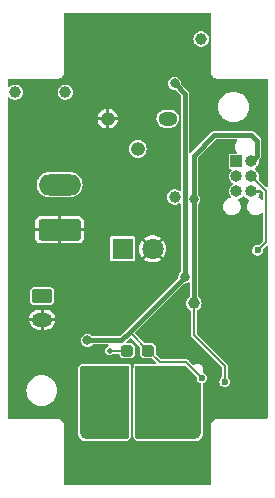
<source format=gbr>
%TF.GenerationSoftware,KiCad,Pcbnew,7.0.8*%
%TF.CreationDate,2023-12-17T14:45:35+01:00*%
%TF.ProjectId,night_light,6e696768-745f-46c6-9967-68742e6b6963,rev?*%
%TF.SameCoordinates,Original*%
%TF.FileFunction,Copper,L2,Bot*%
%TF.FilePolarity,Positive*%
%FSLAX46Y46*%
G04 Gerber Fmt 4.6, Leading zero omitted, Abs format (unit mm)*
G04 Created by KiCad (PCBNEW 7.0.8) date 2023-12-17 14:45:35*
%MOMM*%
%LPD*%
G01*
G04 APERTURE LIST*
G04 Aperture macros list*
%AMRoundRect*
0 Rectangle with rounded corners*
0 $1 Rounding radius*
0 $2 $3 $4 $5 $6 $7 $8 $9 X,Y pos of 4 corners*
0 Add a 4 corners polygon primitive as box body*
4,1,4,$2,$3,$4,$5,$6,$7,$8,$9,$2,$3,0*
0 Add four circle primitives for the rounded corners*
1,1,$1+$1,$2,$3*
1,1,$1+$1,$4,$5*
1,1,$1+$1,$6,$7*
1,1,$1+$1,$8,$9*
0 Add four rect primitives between the rounded corners*
20,1,$1+$1,$2,$3,$4,$5,0*
20,1,$1+$1,$4,$5,$6,$7,0*
20,1,$1+$1,$6,$7,$8,$9,0*
20,1,$1+$1,$8,$9,$2,$3,0*%
G04 Aperture macros list end*
%TA.AperFunction,ComponentPad*%
%ADD10RoundRect,0.250000X1.550000X-0.650000X1.550000X0.650000X-1.550000X0.650000X-1.550000X-0.650000X0*%
%TD*%
%TA.AperFunction,ComponentPad*%
%ADD11O,3.600000X1.800000*%
%TD*%
%TA.AperFunction,ComponentPad*%
%ADD12RoundRect,0.250000X-0.625000X0.350000X-0.625000X-0.350000X0.625000X-0.350000X0.625000X0.350000X0*%
%TD*%
%TA.AperFunction,ComponentPad*%
%ADD13O,1.750000X1.200000*%
%TD*%
%TA.AperFunction,ComponentPad*%
%ADD14R,1.000000X1.000000*%
%TD*%
%TA.AperFunction,ComponentPad*%
%ADD15O,1.000000X1.000000*%
%TD*%
%TA.AperFunction,ComponentPad*%
%ADD16C,1.000000*%
%TD*%
%TA.AperFunction,SMDPad,CuDef*%
%ADD17R,2.500000X2.200000*%
%TD*%
%TA.AperFunction,SMDPad,CuDef*%
%ADD18R,1.550000X2.200000*%
%TD*%
%TA.AperFunction,ComponentPad*%
%ADD19R,1.800000X1.800000*%
%TD*%
%TA.AperFunction,ComponentPad*%
%ADD20C,1.800000*%
%TD*%
%TA.AperFunction,ComponentPad*%
%ADD21O,1.600000X1.200000*%
%TD*%
%TA.AperFunction,ComponentPad*%
%ADD22O,1.200000X1.200000*%
%TD*%
%TA.AperFunction,SMDPad,CuDef*%
%ADD23RoundRect,0.237500X-0.287500X-0.237500X0.287500X-0.237500X0.287500X0.237500X-0.287500X0.237500X0*%
%TD*%
%TA.AperFunction,ViaPad*%
%ADD24C,0.600000*%
%TD*%
%TA.AperFunction,ViaPad*%
%ADD25C,0.800000*%
%TD*%
%TA.AperFunction,ViaPad*%
%ADD26C,0.500000*%
%TD*%
%TA.AperFunction,Conductor*%
%ADD27C,0.200000*%
%TD*%
%TA.AperFunction,Conductor*%
%ADD28C,0.400000*%
%TD*%
G04 APERTURE END LIST*
D10*
%TO.P,J2,1,Pin_1*%
%TO.N,GND*%
X114392500Y-118387500D03*
D11*
%TO.P,J2,2,Pin_2*%
%TO.N,/Input/Vin*%
X114392500Y-114577500D03*
%TD*%
D12*
%TO.P,J3,1,+*%
%TO.N,+BATT*%
X112925000Y-124000000D03*
D13*
%TO.P,J3,2,-*%
%TO.N,GND*%
X112925000Y-126000000D03*
%TD*%
D14*
%TO.P,J4,1,MISO*%
%TO.N,/MCU/PB1*%
X129365000Y-112605000D03*
D15*
%TO.P,J4,2,VCC*%
%TO.N,VCC*%
X130635000Y-112605000D03*
%TO.P,J4,3,SCK*%
%TO.N,/MCU/PB2*%
X129365000Y-113875000D03*
%TO.P,J4,4,MOSI*%
%TO.N,/EN*%
X130635000Y-113875000D03*
%TO.P,J4,5,~{RST}*%
%TO.N,/MCU/PB5*%
X129365000Y-115145000D03*
%TO.P,J4,6,GND*%
%TO.N,GND*%
X130635000Y-115145000D03*
%TD*%
D16*
%TO.P,TP4,1,1*%
%TO.N,/LED/LED+*%
X116625000Y-135625000D03*
%TD*%
%TO.P,TP5,1,1*%
%TO.N,/LED/LED-*%
X125875000Y-135625000D03*
%TD*%
%TO.P,TP7,1,1*%
%TO.N,/sensors/PTout*%
X124125000Y-115625000D03*
%TD*%
D17*
%TO.P,D2,1,K*%
%TO.N,/LED/LED-*%
X122050000Y-131000000D03*
D18*
%TO.P,D2,2,A*%
%TO.N,/LED/LED+*%
X119475000Y-131000000D03*
%TD*%
D16*
%TO.P,TP1,1,1*%
%TO.N,/Input/Vin*%
X110625000Y-106750000D03*
%TD*%
D19*
%TO.P,D6,1,K*%
%TO.N,/sensors/PT-*%
X119725000Y-120000000D03*
D20*
%TO.P,D6,2,A*%
%TO.N,GND*%
X122265000Y-120000000D03*
%TD*%
D21*
%TO.P,J1,1,Pin_1*%
%TO.N,VCC*%
X123540000Y-109000000D03*
D22*
%TO.P,J1,2,Pin_2*%
%TO.N,/PIR*%
X121000000Y-111540000D03*
%TO.P,J1,3,Pin_3*%
%TO.N,GND*%
X118460000Y-109000000D03*
%TD*%
D23*
%TO.P,D4,1,K*%
%TO.N,Net-(D4-K)*%
X120125000Y-128625000D03*
%TO.P,D4,2,A*%
%TO.N,+5V*%
X121875000Y-128625000D03*
%TD*%
D16*
%TO.P,TP3,1,1*%
%TO.N,+5V*%
X126375000Y-102250000D03*
%TD*%
%TO.P,TP2,1,1*%
%TO.N,+24V*%
X114875000Y-106750000D03*
%TD*%
%TO.P,TP6,1,1*%
%TO.N,VCC*%
X125750000Y-124625000D03*
%TD*%
D24*
%TO.N,GND*%
X131304199Y-113239737D03*
X118500000Y-107750000D03*
X117000000Y-106000000D03*
X117250000Y-108000000D03*
X124875000Y-126250000D03*
X124625000Y-125500000D03*
X126250000Y-108125000D03*
X131250000Y-122125000D03*
X127250000Y-114000000D03*
X126250000Y-106500000D03*
X126500000Y-117500000D03*
X128000000Y-120125000D03*
X127625000Y-112250000D03*
X128000000Y-133500000D03*
X119375000Y-117375000D03*
X125250000Y-139500000D03*
X111250000Y-108250000D03*
X123500000Y-107500000D03*
X127500000Y-126375000D03*
X125875000Y-137875000D03*
X113000000Y-111875000D03*
X115250000Y-139500000D03*
X124625000Y-137750000D03*
X131500000Y-126750000D03*
X120375000Y-114125000D03*
X119250000Y-107500000D03*
X116000000Y-126875000D03*
X120750000Y-100625000D03*
X115625000Y-132125000D03*
X126250000Y-109625000D03*
X126875000Y-134375000D03*
X112125000Y-111875000D03*
X126375000Y-100500000D03*
X131500000Y-125875000D03*
X124125000Y-119375000D03*
X111250000Y-111875000D03*
X126375000Y-101250000D03*
X124125000Y-117375000D03*
X124125000Y-120375000D03*
X128000000Y-132625000D03*
X114625000Y-134000000D03*
X120750000Y-102875000D03*
X131500000Y-127625000D03*
X126000000Y-139500000D03*
X124250000Y-110125000D03*
X115875000Y-139500000D03*
X126750000Y-103125000D03*
X116875000Y-126875000D03*
X124125000Y-112375000D03*
X131250000Y-121250000D03*
X116875000Y-124625000D03*
X119000000Y-122125000D03*
X122375000Y-117375000D03*
X126750000Y-104875000D03*
X115250000Y-102500000D03*
X120750000Y-101375000D03*
X125308546Y-129000000D03*
X112625000Y-120500000D03*
X117000000Y-114625000D03*
X126750000Y-104000000D03*
X115250000Y-101750000D03*
X120125000Y-113125000D03*
X111250000Y-111000000D03*
X126500000Y-119125000D03*
X116500000Y-139500000D03*
X126500000Y-114000000D03*
X127625000Y-120875000D03*
X122375000Y-137750000D03*
X117000000Y-118375000D03*
X110375000Y-111000000D03*
X128000000Y-111250000D03*
X116125000Y-120500000D03*
X129000000Y-126375000D03*
X120750000Y-102125000D03*
X111125000Y-127750000D03*
X110250000Y-108250000D03*
X126625000Y-137875000D03*
X122875000Y-101500000D03*
X123875000Y-137750000D03*
X116000000Y-101875000D03*
X124250000Y-114375000D03*
X121375000Y-114125000D03*
X123125000Y-137750000D03*
X125375000Y-128000000D03*
X110375000Y-111875000D03*
X118125000Y-110750000D03*
X126750000Y-139500000D03*
X124375000Y-128000000D03*
X126750000Y-112500000D03*
X128000000Y-114000000D03*
X120000000Y-122125000D03*
X112125000Y-111000000D03*
X118875000Y-112000000D03*
X124375000Y-129000000D03*
X123000000Y-111000000D03*
X115625000Y-133000000D03*
X113000000Y-111000000D03*
X129250000Y-132625000D03*
X118000000Y-120000000D03*
X124375000Y-101500000D03*
X111125000Y-129500000D03*
X117750000Y-126875000D03*
X131500000Y-125000000D03*
X111500000Y-118250000D03*
D25*
%TO.N,+5V*%
X116750000Y-127750000D03*
X125000000Y-122375000D03*
D24*
X126440208Y-130940208D03*
D25*
X124125000Y-106000000D03*
D24*
%TO.N,VCC*%
X128375000Y-131250000D03*
D25*
X125750000Y-115812500D03*
D26*
%TO.N,Net-(D4-K)*%
X118625000Y-128625000D03*
D24*
%TO.N,/LED/LED+*%
X119500000Y-132625000D03*
%TO.N,/EN*%
X131155000Y-120125000D03*
%TD*%
D27*
%TO.N,+5V*%
X126440208Y-130940208D02*
X125125000Y-129625000D01*
X125125000Y-129625000D02*
X122875000Y-129625000D01*
X122875000Y-129625000D02*
X121875000Y-128625000D01*
D28*
X125000000Y-106875000D02*
X124125000Y-106000000D01*
D27*
X121875000Y-128625000D02*
X120312500Y-127062500D01*
D28*
X120312500Y-127062500D02*
X125000000Y-122375000D01*
X119625000Y-127750000D02*
X120312500Y-127062500D01*
X116750000Y-127750000D02*
X119625000Y-127750000D01*
X125000000Y-122375000D02*
X125000000Y-106875000D01*
%TO.N,VCC*%
X131125000Y-112115000D02*
X131125000Y-110875000D01*
D27*
X128375000Y-131250000D02*
X128375000Y-129937500D01*
D28*
X127500000Y-110375000D02*
X125750000Y-112125000D01*
X125750000Y-112125000D02*
X125750000Y-115812500D01*
D27*
X128375000Y-129937500D02*
X125750000Y-127312500D01*
D28*
X125750000Y-124625000D02*
X125750000Y-115812500D01*
X130635000Y-112605000D02*
X131125000Y-112115000D01*
X131125000Y-110875000D02*
X130625000Y-110375000D01*
D27*
X125750000Y-127312500D02*
X125750000Y-124625000D01*
D28*
X130625000Y-110375000D02*
X127500000Y-110375000D01*
D27*
%TO.N,Net-(D4-K)*%
X120125000Y-128625000D02*
X118625000Y-128625000D01*
%TO.N,/EN*%
X131875000Y-115115000D02*
X131875000Y-119405000D01*
X131875000Y-119405000D02*
X131155000Y-120125000D01*
X130635000Y-113875000D02*
X131875000Y-115115000D01*
%TD*%
%TA.AperFunction,Conductor*%
%TO.N,GND*%
G36*
X127173066Y-100017813D02*
G01*
X127198376Y-100061650D01*
X127199500Y-100074500D01*
X127199500Y-104999500D01*
X127199500Y-105000000D01*
X127199500Y-105067660D01*
X127214505Y-105133401D01*
X127229610Y-105199586D01*
X127229613Y-105199593D01*
X127288324Y-105321506D01*
X127288325Y-105321507D01*
X127372695Y-105427305D01*
X127478493Y-105511675D01*
X127600412Y-105570389D01*
X127732340Y-105600500D01*
X127799901Y-105600500D01*
X131925500Y-105600500D01*
X131973066Y-105617813D01*
X131998376Y-105661650D01*
X131999500Y-105674500D01*
X131999500Y-114706587D01*
X131982187Y-114754153D01*
X131938350Y-114779463D01*
X131888500Y-114770673D01*
X131873174Y-114758913D01*
X131270653Y-114156393D01*
X131249261Y-114110517D01*
X131253788Y-114077826D01*
X131271237Y-114031817D01*
X131271238Y-114031813D01*
X131290278Y-113875003D01*
X131290278Y-113874996D01*
X131271238Y-113718191D01*
X131271237Y-113718182D01*
X131263213Y-113697025D01*
X131215221Y-113570478D01*
X131125483Y-113440470D01*
X131062745Y-113384890D01*
X131007240Y-113335717D01*
X130949709Y-113305522D01*
X130915639Y-113268089D01*
X130913601Y-113217511D01*
X130944551Y-113177456D01*
X130949693Y-113174486D01*
X131007240Y-113144283D01*
X131125483Y-113039530D01*
X131215220Y-112909523D01*
X131271237Y-112761818D01*
X131290278Y-112605000D01*
X131277340Y-112498451D01*
X131288792Y-112449146D01*
X131298469Y-112437211D01*
X131341715Y-112393965D01*
X131353561Y-112384346D01*
X131365669Y-112376437D01*
X131386817Y-112349263D01*
X131389843Y-112345838D01*
X131393376Y-112342306D01*
X131406047Y-112324558D01*
X131437517Y-112284126D01*
X131437519Y-112284118D01*
X131440435Y-112278732D01*
X131440754Y-112278904D01*
X131441870Y-112276738D01*
X131441545Y-112276579D01*
X131444240Y-112271066D01*
X131458861Y-112221954D01*
X131475500Y-112173487D01*
X131476510Y-112167438D01*
X131476862Y-112167496D01*
X131477214Y-112165085D01*
X131476858Y-112165041D01*
X131477615Y-112158959D01*
X131477617Y-112158954D01*
X131475500Y-112107758D01*
X131475500Y-110919025D01*
X131477075Y-110903839D01*
X131480043Y-110889685D01*
X131475784Y-110855518D01*
X131475500Y-110850938D01*
X131475500Y-110845966D01*
X131475500Y-110845960D01*
X131471912Y-110824459D01*
X131465573Y-110773607D01*
X131465568Y-110773598D01*
X131463823Y-110767733D01*
X131464168Y-110767630D01*
X131463422Y-110765300D01*
X131463082Y-110765417D01*
X131461092Y-110759619D01*
X131436704Y-110714555D01*
X131414198Y-110668516D01*
X131414193Y-110668511D01*
X131410632Y-110663522D01*
X131410923Y-110663313D01*
X131409465Y-110661358D01*
X131409183Y-110661579D01*
X131405418Y-110656742D01*
X131367724Y-110622042D01*
X130903970Y-110158288D01*
X130894345Y-110146436D01*
X130886437Y-110134331D01*
X130859269Y-110113186D01*
X130855838Y-110110156D01*
X130852307Y-110106625D01*
X130834561Y-110093955D01*
X130794126Y-110062483D01*
X130788736Y-110059566D01*
X130788905Y-110059252D01*
X130786730Y-110058132D01*
X130786574Y-110058453D01*
X130781062Y-110055758D01*
X130731954Y-110041138D01*
X130683489Y-110024499D01*
X130677443Y-110023491D01*
X130677501Y-110023138D01*
X130675083Y-110022786D01*
X130675039Y-110023142D01*
X130668955Y-110022383D01*
X130668954Y-110022383D01*
X130668952Y-110022383D01*
X130617769Y-110024500D01*
X127544025Y-110024500D01*
X127528840Y-110022925D01*
X127514685Y-110019957D01*
X127480518Y-110024216D01*
X127475939Y-110024500D01*
X127470960Y-110024500D01*
X127470957Y-110024500D01*
X127470950Y-110024501D01*
X127449459Y-110028087D01*
X127398607Y-110034426D01*
X127392730Y-110036176D01*
X127392629Y-110035836D01*
X127390307Y-110036580D01*
X127390422Y-110036915D01*
X127384621Y-110038906D01*
X127339550Y-110063297D01*
X127293516Y-110085802D01*
X127288526Y-110089365D01*
X127288320Y-110089077D01*
X127286365Y-110090535D01*
X127286582Y-110090814D01*
X127281742Y-110094581D01*
X127247031Y-110132287D01*
X125533286Y-111846030D01*
X125521438Y-111855652D01*
X125509333Y-111863561D01*
X125509325Y-111863568D01*
X125488185Y-111890728D01*
X125485154Y-111894161D01*
X125481624Y-111897691D01*
X125480965Y-111898471D01*
X125480688Y-111898629D01*
X125479470Y-111899848D01*
X125479136Y-111899515D01*
X125437010Y-111923576D01*
X125387202Y-111914554D01*
X125354846Y-111875626D01*
X125350500Y-111850641D01*
X125350500Y-108000005D01*
X127819532Y-108000005D01*
X127839364Y-108226688D01*
X127839365Y-108226696D01*
X127898258Y-108446488D01*
X127898260Y-108446492D01*
X127898261Y-108446496D01*
X127994432Y-108652734D01*
X127994434Y-108652736D01*
X127994435Y-108652739D01*
X128041518Y-108719981D01*
X128124953Y-108839139D01*
X128285861Y-109000047D01*
X128472266Y-109130568D01*
X128678504Y-109226739D01*
X128678510Y-109226740D01*
X128678511Y-109226741D01*
X128898303Y-109285634D01*
X128898305Y-109285634D01*
X128898308Y-109285635D01*
X129068216Y-109300500D01*
X129068218Y-109300500D01*
X129181782Y-109300500D01*
X129181784Y-109300500D01*
X129351692Y-109285635D01*
X129571496Y-109226739D01*
X129777734Y-109130568D01*
X129964139Y-109000047D01*
X130125047Y-108839139D01*
X130255568Y-108652734D01*
X130351739Y-108446496D01*
X130410635Y-108226692D01*
X130430468Y-108000000D01*
X130430468Y-107999994D01*
X130410635Y-107773311D01*
X130410634Y-107773303D01*
X130351741Y-107553511D01*
X130351740Y-107553510D01*
X130351739Y-107553504D01*
X130255568Y-107347266D01*
X130125047Y-107160861D01*
X129964139Y-106999953D01*
X129831133Y-106906822D01*
X129777739Y-106869435D01*
X129777736Y-106869434D01*
X129777734Y-106869432D01*
X129571496Y-106773261D01*
X129571492Y-106773260D01*
X129571488Y-106773258D01*
X129351696Y-106714365D01*
X129351689Y-106714364D01*
X129214362Y-106702350D01*
X129181784Y-106699500D01*
X129068216Y-106699500D01*
X129038488Y-106702100D01*
X128898310Y-106714364D01*
X128898303Y-106714365D01*
X128678511Y-106773258D01*
X128678504Y-106773260D01*
X128678504Y-106773261D01*
X128502105Y-106855518D01*
X128472260Y-106869435D01*
X128285860Y-106999953D01*
X128124953Y-107160860D01*
X127994435Y-107347260D01*
X127994432Y-107347265D01*
X127994432Y-107347266D01*
X127898263Y-107553500D01*
X127898258Y-107553511D01*
X127839365Y-107773303D01*
X127839364Y-107773311D01*
X127819532Y-107999994D01*
X127819532Y-108000005D01*
X125350500Y-108000005D01*
X125350500Y-106919025D01*
X125352075Y-106903839D01*
X125355043Y-106889685D01*
X125350784Y-106855518D01*
X125350500Y-106850938D01*
X125350500Y-106845966D01*
X125350500Y-106845960D01*
X125346912Y-106824459D01*
X125340573Y-106773607D01*
X125340568Y-106773598D01*
X125338823Y-106767733D01*
X125339168Y-106767630D01*
X125338422Y-106765300D01*
X125338082Y-106765417D01*
X125336092Y-106759619D01*
X125311704Y-106714555D01*
X125304344Y-106699500D01*
X125289198Y-106668516D01*
X125289193Y-106668511D01*
X125285632Y-106663522D01*
X125285923Y-106663313D01*
X125284465Y-106661358D01*
X125284183Y-106661579D01*
X125280418Y-106656742D01*
X125242724Y-106622042D01*
X124699124Y-106078442D01*
X124677732Y-106032565D01*
X124678083Y-106016456D01*
X124680250Y-106000000D01*
X124661330Y-105856291D01*
X124605861Y-105722375D01*
X124517621Y-105607379D01*
X124402625Y-105519139D01*
X124402623Y-105519138D01*
X124268708Y-105463669D01*
X124125000Y-105444750D01*
X123981291Y-105463669D01*
X123847376Y-105519138D01*
X123732379Y-105607379D01*
X123644138Y-105722376D01*
X123588669Y-105856291D01*
X123569750Y-106000000D01*
X123588669Y-106143708D01*
X123616425Y-106210717D01*
X123644139Y-106277625D01*
X123732379Y-106392621D01*
X123847375Y-106480861D01*
X123981291Y-106536330D01*
X124125000Y-106555250D01*
X124141454Y-106553083D01*
X124190872Y-106564035D01*
X124203442Y-106574123D01*
X124627826Y-106998507D01*
X124649218Y-107044383D01*
X124649500Y-107050833D01*
X124649500Y-115056186D01*
X124632187Y-115103752D01*
X124588350Y-115129062D01*
X124538500Y-115120272D01*
X124526430Y-115111577D01*
X124497240Y-115085717D01*
X124497238Y-115085716D01*
X124497237Y-115085715D01*
X124357366Y-115012304D01*
X124203987Y-114974500D01*
X124203985Y-114974500D01*
X124046015Y-114974500D01*
X124046012Y-114974500D01*
X123892633Y-115012304D01*
X123752761Y-115085716D01*
X123634516Y-115190470D01*
X123544779Y-115320478D01*
X123544778Y-115320478D01*
X123488764Y-115468177D01*
X123488761Y-115468191D01*
X123469722Y-115624996D01*
X123469722Y-115625003D01*
X123488761Y-115781808D01*
X123488764Y-115781822D01*
X123544778Y-115929521D01*
X123620731Y-116039558D01*
X123634517Y-116059530D01*
X123752760Y-116164283D01*
X123892635Y-116237696D01*
X124046015Y-116275500D01*
X124046019Y-116275500D01*
X124203981Y-116275500D01*
X124203985Y-116275500D01*
X124357365Y-116237696D01*
X124497240Y-116164283D01*
X124526431Y-116138422D01*
X124573513Y-116119840D01*
X124621527Y-116135869D01*
X124648004Y-116179011D01*
X124649500Y-116193813D01*
X124649500Y-121913565D01*
X124632187Y-121961131D01*
X124620550Y-121972272D01*
X124607381Y-121982376D01*
X124519138Y-122097376D01*
X124463669Y-122231291D01*
X124444750Y-122375000D01*
X124444750Y-122375002D01*
X124446916Y-122391458D01*
X124435959Y-122440877D01*
X124425875Y-122453441D01*
X120106016Y-126773302D01*
X119501492Y-127377826D01*
X119455616Y-127399218D01*
X119449166Y-127399500D01*
X117211435Y-127399500D01*
X117163869Y-127382187D01*
X117152728Y-127370550D01*
X117148372Y-127364874D01*
X117142621Y-127357379D01*
X117027625Y-127269139D01*
X117027623Y-127269138D01*
X116893708Y-127213669D01*
X116750000Y-127194750D01*
X116606291Y-127213669D01*
X116472376Y-127269138D01*
X116357379Y-127357379D01*
X116269138Y-127472376D01*
X116213669Y-127606291D01*
X116194750Y-127750000D01*
X116213669Y-127893708D01*
X116257489Y-127999500D01*
X116269139Y-128027625D01*
X116357379Y-128142621D01*
X116472375Y-128230861D01*
X116606291Y-128286330D01*
X116750000Y-128305250D01*
X116893709Y-128286330D01*
X117027625Y-128230861D01*
X117142621Y-128142621D01*
X117152728Y-128129450D01*
X117195420Y-128102254D01*
X117211435Y-128100500D01*
X118463981Y-128100500D01*
X118511547Y-128117813D01*
X118536857Y-128161650D01*
X118528067Y-128211500D01*
X118497576Y-128240434D01*
X118386659Y-128296948D01*
X118296951Y-128386656D01*
X118239353Y-128499698D01*
X118219508Y-128625000D01*
X118239353Y-128750301D01*
X118239353Y-128750302D01*
X118239354Y-128750304D01*
X118296950Y-128863342D01*
X118386658Y-128953050D01*
X118499696Y-129010646D01*
X118625000Y-129030492D01*
X118750304Y-129010646D01*
X118863342Y-128953050D01*
X118919218Y-128897174D01*
X118965094Y-128875782D01*
X118971544Y-128875500D01*
X119383522Y-128875500D01*
X119431088Y-128892813D01*
X119456398Y-128936650D01*
X119456608Y-128937910D01*
X119457424Y-128943065D01*
X119463890Y-128983893D01*
X119463892Y-128983897D01*
X119519687Y-129093401D01*
X119519689Y-129093403D01*
X119606597Y-129180311D01*
X119716107Y-129236109D01*
X119806967Y-129250500D01*
X120443032Y-129250499D01*
X120533893Y-129236109D01*
X120643403Y-129180311D01*
X120730311Y-129093403D01*
X120786109Y-128983893D01*
X120800500Y-128893033D01*
X120800499Y-128356968D01*
X120786109Y-128266107D01*
X120786108Y-128266105D01*
X120786107Y-128266102D01*
X120730312Y-128156598D01*
X120643403Y-128069689D01*
X120533893Y-128013891D01*
X120533891Y-128013890D01*
X120533890Y-128013890D01*
X120443035Y-127999500D01*
X120443033Y-127999500D01*
X120049833Y-127999500D01*
X120002267Y-127982187D01*
X119976957Y-127938350D01*
X119985747Y-127888500D01*
X119997507Y-127873174D01*
X120330884Y-127539796D01*
X120376760Y-127518404D01*
X120425655Y-127531505D01*
X120435536Y-127539796D01*
X121180113Y-128284374D01*
X121201505Y-128330251D01*
X121200876Y-128348273D01*
X121199500Y-128356960D01*
X121199500Y-128893032D01*
X121213891Y-128983894D01*
X121213892Y-128983897D01*
X121269687Y-129093401D01*
X121269689Y-129093403D01*
X121356597Y-129180311D01*
X121466107Y-129236109D01*
X121556967Y-129250500D01*
X122115586Y-129250499D01*
X122163152Y-129267812D01*
X122167912Y-129272173D01*
X122513913Y-129618174D01*
X122535305Y-129664050D01*
X122522204Y-129712945D01*
X122480740Y-129741979D01*
X122461587Y-129744500D01*
X121053470Y-129744500D01*
X121045844Y-129744875D01*
X121045834Y-129744875D01*
X121045833Y-129744876D01*
X121045834Y-129744876D01*
X121041905Y-129745262D01*
X121023826Y-129747043D01*
X121023824Y-129747043D01*
X121023811Y-129747045D01*
X121016267Y-129748164D01*
X121016264Y-129748164D01*
X121016682Y-129748081D01*
X121002262Y-129749500D01*
X120785180Y-129749500D01*
X120763229Y-129753866D01*
X120741277Y-129758233D01*
X120691496Y-129791495D01*
X120691495Y-129791496D01*
X120658233Y-129841277D01*
X120649500Y-129885180D01*
X120649500Y-130102259D01*
X120648081Y-130116680D01*
X120648165Y-130116260D01*
X120647045Y-130123810D01*
X120647043Y-130123825D01*
X120647043Y-130123826D01*
X120645262Y-130141905D01*
X120644875Y-130145844D01*
X120644500Y-130153470D01*
X120644500Y-130153475D01*
X120644500Y-135871524D01*
X120644876Y-135879166D01*
X120644876Y-135879165D01*
X120647043Y-135901177D01*
X120647044Y-135901179D01*
X120647045Y-135901189D01*
X120647046Y-135901193D01*
X120648163Y-135908730D01*
X120663643Y-135986559D01*
X120663646Y-135986570D01*
X120672489Y-136015726D01*
X120672498Y-136015750D01*
X120683542Y-136042411D01*
X120683541Y-136042411D01*
X120697916Y-136069305D01*
X120735747Y-136125922D01*
X120735752Y-136125929D01*
X120755090Y-136149492D01*
X120775507Y-136169909D01*
X120799070Y-136189247D01*
X120855698Y-136227085D01*
X120882583Y-136241456D01*
X120909258Y-136252505D01*
X120909264Y-136252506D01*
X120909267Y-136252508D01*
X120931135Y-136259141D01*
X120938428Y-136261353D01*
X120938432Y-136261353D01*
X120938433Y-136261354D01*
X121016263Y-136276836D01*
X121016265Y-136276836D01*
X121023807Y-136277955D01*
X121023806Y-136277955D01*
X121045835Y-136280124D01*
X121045845Y-136280125D01*
X121053470Y-136280500D01*
X121053476Y-136280500D01*
X125767971Y-136280500D01*
X125767977Y-136280500D01*
X125775602Y-136280125D01*
X125775611Y-136280124D01*
X125775612Y-136280124D01*
X125797642Y-136277955D01*
X125797641Y-136277955D01*
X125805183Y-136276836D01*
X125804769Y-136276919D01*
X125819189Y-136275500D01*
X125953981Y-136275500D01*
X125953985Y-136275500D01*
X126107365Y-136237696D01*
X126247240Y-136164283D01*
X126365483Y-136059530D01*
X126455220Y-135929523D01*
X126463104Y-135908736D01*
X126511235Y-135781822D01*
X126511237Y-135781818D01*
X126530278Y-135625000D01*
X126525136Y-135582653D01*
X126526019Y-135559293D01*
X126526835Y-135555188D01*
X126526835Y-135555187D01*
X126527955Y-135547640D01*
X126527955Y-135547641D01*
X126530124Y-135525611D01*
X126530125Y-135525601D01*
X126530500Y-135517976D01*
X126530500Y-131445975D01*
X126530499Y-131445973D01*
X126530365Y-131444144D01*
X126530500Y-131443666D01*
X126530500Y-131443258D01*
X126530616Y-131443258D01*
X126544137Y-131395434D01*
X126583317Y-131367706D01*
X126629277Y-131354212D01*
X126738257Y-131284175D01*
X126823090Y-131186271D01*
X126876905Y-131068434D01*
X126895341Y-130940208D01*
X126876905Y-130811982D01*
X126823090Y-130694145D01*
X126738257Y-130596241D01*
X126629277Y-130526204D01*
X126629276Y-130526203D01*
X126629275Y-130526203D01*
X126564169Y-130507087D01*
X126523406Y-130477075D01*
X126511472Y-130427883D01*
X126515478Y-130410779D01*
X126521122Y-130395273D01*
X126530500Y-130342088D01*
X126530500Y-130153470D01*
X126530125Y-130145845D01*
X126527957Y-130123826D01*
X126527955Y-130123806D01*
X126527955Y-130123807D01*
X126527954Y-130123806D01*
X126526836Y-130116265D01*
X126526836Y-130116263D01*
X126511354Y-130038433D01*
X126511352Y-130038427D01*
X126502507Y-130009266D01*
X126502505Y-130009259D01*
X126502505Y-130009258D01*
X126491456Y-129982583D01*
X126477085Y-129955698D01*
X126439247Y-129899070D01*
X126419909Y-129875507D01*
X126399492Y-129855090D01*
X126375929Y-129835752D01*
X126348571Y-129817472D01*
X126319304Y-129797916D01*
X126319305Y-129797916D01*
X126292411Y-129783541D01*
X126265735Y-129772492D01*
X126236571Y-129763646D01*
X126236560Y-129763643D01*
X126169197Y-129750245D01*
X126158740Y-129748165D01*
X126158736Y-129748164D01*
X126158729Y-129748163D01*
X126158731Y-129748163D01*
X126154358Y-129747515D01*
X126151190Y-129747045D01*
X126151180Y-129747044D01*
X126151178Y-129747043D01*
X126129166Y-129744876D01*
X126129167Y-129744876D01*
X126129165Y-129744875D01*
X126129156Y-129744875D01*
X126121530Y-129744500D01*
X125927823Y-129744500D01*
X125927820Y-129744500D01*
X125917664Y-129745166D01*
X125917663Y-129745166D01*
X125893467Y-129748350D01*
X125824569Y-129775143D01*
X125824562Y-129775146D01*
X125783109Y-129804173D01*
X125783108Y-129804174D01*
X125767259Y-129817472D01*
X125719693Y-129834783D01*
X125672127Y-129817469D01*
X125667369Y-129813109D01*
X125324732Y-129470472D01*
X125315531Y-129459260D01*
X125305601Y-129444399D01*
X125252536Y-129408942D01*
X125222741Y-129389034D01*
X125125000Y-129369592D01*
X125107475Y-129373078D01*
X125093038Y-129374500D01*
X123009413Y-129374500D01*
X122961847Y-129357187D01*
X122957087Y-129352826D01*
X122569886Y-128965625D01*
X122548494Y-128919749D01*
X122549123Y-128901721D01*
X122550500Y-128893033D01*
X122550499Y-128356968D01*
X122536109Y-128266107D01*
X122536108Y-128266105D01*
X122536107Y-128266102D01*
X122480312Y-128156598D01*
X122393403Y-128069689D01*
X122283893Y-128013891D01*
X122283891Y-128013890D01*
X122283890Y-128013890D01*
X122193035Y-127999500D01*
X122193033Y-127999500D01*
X121634413Y-127999500D01*
X121586847Y-127982187D01*
X121582087Y-127977826D01*
X120789797Y-127185536D01*
X120768405Y-127139660D01*
X120781506Y-127090765D01*
X120789797Y-127080884D01*
X122811152Y-125059529D01*
X124921558Y-122949122D01*
X124967433Y-122927731D01*
X124983541Y-122928082D01*
X124993954Y-122929453D01*
X124999998Y-122930250D01*
X124999999Y-122930250D01*
X124999999Y-122930249D01*
X125000000Y-122930250D01*
X125143709Y-122911330D01*
X125277625Y-122855861D01*
X125280452Y-122853691D01*
X125328727Y-122838470D01*
X125375493Y-122857841D01*
X125398867Y-122902740D01*
X125399500Y-122912400D01*
X125399500Y-124033152D01*
X125382187Y-124080718D01*
X125374571Y-124088542D01*
X125259516Y-124190470D01*
X125169779Y-124320478D01*
X125169778Y-124320478D01*
X125113764Y-124468177D01*
X125113761Y-124468191D01*
X125094722Y-124624996D01*
X125094722Y-124625003D01*
X125113761Y-124781808D01*
X125113764Y-124781822D01*
X125169778Y-124929521D01*
X125259516Y-125059529D01*
X125259517Y-125059530D01*
X125377760Y-125164283D01*
X125377761Y-125164283D01*
X125377763Y-125164285D01*
X125412872Y-125182711D01*
X125459889Y-125207388D01*
X125493961Y-125244821D01*
X125499500Y-125272911D01*
X125499500Y-127280537D01*
X125498078Y-127294973D01*
X125494592Y-127312498D01*
X125494592Y-127312500D01*
X125514034Y-127410242D01*
X125523135Y-127423862D01*
X125532237Y-127437483D01*
X125555551Y-127472375D01*
X125565636Y-127487470D01*
X125569399Y-127493101D01*
X125584260Y-127503031D01*
X125595472Y-127512232D01*
X128102826Y-130019586D01*
X128124218Y-130065462D01*
X128124500Y-130071912D01*
X128124500Y-130835067D01*
X128107187Y-130882633D01*
X128090511Y-130897318D01*
X128076953Y-130906031D01*
X128076950Y-130906034D01*
X127992119Y-131003935D01*
X127938302Y-131121776D01*
X127919867Y-131250000D01*
X127938302Y-131378223D01*
X127938302Y-131378224D01*
X127938303Y-131378226D01*
X127992118Y-131496063D01*
X128076951Y-131593967D01*
X128185931Y-131664004D01*
X128310228Y-131700500D01*
X128439772Y-131700500D01*
X128564069Y-131664004D01*
X128673049Y-131593967D01*
X128757882Y-131496063D01*
X128811697Y-131378226D01*
X128830133Y-131250000D01*
X128811697Y-131121774D01*
X128757882Y-131003937D01*
X128673049Y-130906033D01*
X128673046Y-130906031D01*
X128659489Y-130897318D01*
X128628836Y-130857035D01*
X128625500Y-130835067D01*
X128625500Y-129969466D01*
X128626922Y-129955028D01*
X128630409Y-129937500D01*
X128610966Y-129839760D01*
X128569578Y-129777817D01*
X128569577Y-129777816D01*
X128566019Y-129772491D01*
X128555603Y-129756901D01*
X128555601Y-129756900D01*
X128555601Y-129756899D01*
X128540738Y-129746968D01*
X128529530Y-129737769D01*
X126022174Y-127230413D01*
X126000782Y-127184537D01*
X126000500Y-127178087D01*
X126000500Y-125272911D01*
X126017813Y-125225345D01*
X126040108Y-125207388D01*
X126122240Y-125164283D01*
X126240483Y-125059530D01*
X126330220Y-124929523D01*
X126386237Y-124781818D01*
X126405278Y-124625000D01*
X126386237Y-124468182D01*
X126353370Y-124381518D01*
X126330221Y-124320478D01*
X126240483Y-124190470D01*
X126125429Y-124088542D01*
X126101306Y-124044041D01*
X126100500Y-124033152D01*
X126100500Y-116273934D01*
X126117813Y-116226368D01*
X126129453Y-116215225D01*
X126129917Y-116214868D01*
X126142621Y-116205121D01*
X126230861Y-116090125D01*
X126286330Y-115956209D01*
X126305250Y-115812500D01*
X126286330Y-115668791D01*
X126230861Y-115534875D01*
X126142621Y-115419879D01*
X126142619Y-115419877D01*
X126142618Y-115419876D01*
X126129450Y-115409772D01*
X126102254Y-115367080D01*
X126100500Y-115351065D01*
X126100500Y-112300833D01*
X126117813Y-112253267D01*
X126122174Y-112248507D01*
X127623507Y-110747174D01*
X127669383Y-110725782D01*
X127675833Y-110725500D01*
X129378150Y-110725500D01*
X129425716Y-110742813D01*
X129451026Y-110786650D01*
X129442236Y-110836500D01*
X129431975Y-110850282D01*
X129397706Y-110886603D01*
X129397704Y-110886607D01*
X129310533Y-111037592D01*
X129310531Y-111037596D01*
X129260532Y-111204605D01*
X129260531Y-111204613D01*
X129250393Y-111378661D01*
X129280668Y-111550354D01*
X129349720Y-111710437D01*
X129349721Y-111710438D01*
X129443430Y-111836311D01*
X129457948Y-111884802D01*
X129437899Y-111931282D01*
X129392664Y-111954000D01*
X129384073Y-111954500D01*
X128850180Y-111954500D01*
X128843273Y-111955874D01*
X128806277Y-111963233D01*
X128756496Y-111996495D01*
X128756495Y-111996496D01*
X128723233Y-112046277D01*
X128714500Y-112090180D01*
X128714500Y-113119819D01*
X128723233Y-113163722D01*
X128730418Y-113174476D01*
X128756496Y-113213504D01*
X128806278Y-113246767D01*
X128850180Y-113255500D01*
X128888184Y-113255500D01*
X128935750Y-113272813D01*
X128961060Y-113316650D01*
X128952270Y-113366500D01*
X128937255Y-113384890D01*
X128874516Y-113440470D01*
X128784779Y-113570478D01*
X128784778Y-113570478D01*
X128728764Y-113718177D01*
X128728761Y-113718191D01*
X128709722Y-113874996D01*
X128709722Y-113875003D01*
X128728761Y-114031808D01*
X128728764Y-114031822D01*
X128784778Y-114179521D01*
X128874516Y-114309529D01*
X128992761Y-114414284D01*
X129050288Y-114444477D01*
X129084360Y-114481912D01*
X129086398Y-114532490D01*
X129055448Y-114572545D01*
X129050288Y-114575523D01*
X128992761Y-114605715D01*
X128874516Y-114710470D01*
X128784779Y-114840478D01*
X128784778Y-114840478D01*
X128728764Y-114988177D01*
X128728761Y-114988191D01*
X128709722Y-115144996D01*
X128709722Y-115145003D01*
X128728761Y-115301808D01*
X128728764Y-115301822D01*
X128776937Y-115428843D01*
X128784780Y-115449523D01*
X128830780Y-115516166D01*
X128866831Y-115568395D01*
X128879603Y-115617376D01*
X128857903Y-115663108D01*
X128814529Y-115683931D01*
X128810840Y-115684362D01*
X128810831Y-115684364D01*
X128647009Y-115743990D01*
X128501347Y-115839793D01*
X128381703Y-115966608D01*
X128294533Y-116117592D01*
X128294531Y-116117596D01*
X128244532Y-116284605D01*
X128244531Y-116284613D01*
X128234393Y-116458661D01*
X128264668Y-116630354D01*
X128333720Y-116790437D01*
X128333721Y-116790438D01*
X128437832Y-116930283D01*
X128498573Y-116981251D01*
X128571383Y-117042347D01*
X128571384Y-117042347D01*
X128571386Y-117042349D01*
X128727185Y-117120594D01*
X128896829Y-117160800D01*
X129027436Y-117160800D01*
X129157164Y-117145637D01*
X129320993Y-117086008D01*
X129466654Y-116990205D01*
X129586296Y-116863393D01*
X129673467Y-116712407D01*
X129723469Y-116545388D01*
X129733607Y-116371340D01*
X129703332Y-116199646D01*
X129634279Y-116039562D01*
X129530168Y-115899717D01*
X129530165Y-115899714D01*
X129530163Y-115899712D01*
X129526226Y-115896409D01*
X129500916Y-115852573D01*
X129509704Y-115802722D01*
X129548480Y-115770184D01*
X129556079Y-115767871D01*
X129597365Y-115757696D01*
X129737240Y-115684283D01*
X129855483Y-115579530D01*
X129878988Y-115545476D01*
X129920255Y-115516166D01*
X129970710Y-115520238D01*
X130002545Y-115548143D01*
X130044915Y-115615574D01*
X130164425Y-115735084D01*
X130307527Y-115825002D01*
X130307532Y-115825004D01*
X130380342Y-115850482D01*
X130419521Y-115882533D01*
X130428931Y-115932269D01*
X130415262Y-115964513D01*
X130413707Y-115966601D01*
X130326533Y-116117592D01*
X130326531Y-116117596D01*
X130276532Y-116284605D01*
X130276531Y-116284613D01*
X130266393Y-116458661D01*
X130296668Y-116630354D01*
X130365720Y-116790437D01*
X130365721Y-116790438D01*
X130469832Y-116930283D01*
X130530573Y-116981251D01*
X130603383Y-117042347D01*
X130603384Y-117042347D01*
X130603386Y-117042349D01*
X130759185Y-117120594D01*
X130928829Y-117160800D01*
X131059436Y-117160800D01*
X131189164Y-117145637D01*
X131352993Y-117086008D01*
X131498654Y-116990205D01*
X131498654Y-116990204D01*
X131498658Y-116990202D01*
X131501954Y-116987437D01*
X131503263Y-116988997D01*
X131541896Y-116969587D01*
X131591152Y-116981251D01*
X131621387Y-117021849D01*
X131624500Y-117043085D01*
X131624500Y-119270587D01*
X131607187Y-119318153D01*
X131602826Y-119322913D01*
X131272913Y-119652826D01*
X131227037Y-119674218D01*
X131220587Y-119674500D01*
X131090228Y-119674500D01*
X130965931Y-119710995D01*
X130856954Y-119781031D01*
X130856950Y-119781034D01*
X130772119Y-119878935D01*
X130772118Y-119878936D01*
X130772118Y-119878937D01*
X130745210Y-119937855D01*
X130718302Y-119996776D01*
X130699867Y-120125000D01*
X130718302Y-120253223D01*
X130718302Y-120253224D01*
X130718303Y-120253226D01*
X130772118Y-120371063D01*
X130856951Y-120468967D01*
X130965931Y-120539004D01*
X131090228Y-120575500D01*
X131219772Y-120575500D01*
X131344069Y-120539004D01*
X131453049Y-120468967D01*
X131537882Y-120371063D01*
X131591697Y-120253226D01*
X131610133Y-120125000D01*
X131602723Y-120073469D01*
X131613090Y-120023927D01*
X131623639Y-120010619D01*
X131873175Y-119761084D01*
X131919051Y-119739693D01*
X131967945Y-119752794D01*
X131996979Y-119794259D01*
X131999500Y-119813411D01*
X131999500Y-134325500D01*
X131982187Y-134373066D01*
X131938350Y-134398376D01*
X131925500Y-134399500D01*
X127800500Y-134399500D01*
X127800000Y-134399500D01*
X127732340Y-134399500D01*
X127670320Y-134413655D01*
X127600413Y-134429610D01*
X127600406Y-134429613D01*
X127478493Y-134488324D01*
X127372695Y-134572695D01*
X127288324Y-134678493D01*
X127229613Y-134800406D01*
X127229610Y-134800413D01*
X127199500Y-134932342D01*
X127199500Y-139925500D01*
X127182187Y-139973066D01*
X127138350Y-139998376D01*
X127125500Y-139999500D01*
X114874500Y-139999500D01*
X114826934Y-139982187D01*
X114801624Y-139938350D01*
X114800500Y-139925500D01*
X114800500Y-135517971D01*
X115969500Y-135517971D01*
X115969876Y-135525613D01*
X115969876Y-135525612D01*
X115972043Y-135547624D01*
X115972045Y-135547636D01*
X115973165Y-135555186D01*
X115973166Y-135555192D01*
X115973165Y-135555190D01*
X115973982Y-135559294D01*
X115974863Y-135582645D01*
X115969723Y-135624998D01*
X115969722Y-135625003D01*
X115988761Y-135781808D01*
X115988764Y-135781822D01*
X116044778Y-135929521D01*
X116122704Y-136042416D01*
X116134517Y-136059530D01*
X116252760Y-136164283D01*
X116392635Y-136237696D01*
X116546015Y-136275500D01*
X116680811Y-136275500D01*
X116695231Y-136276919D01*
X116694820Y-136276836D01*
X116702359Y-136277955D01*
X116702358Y-136277955D01*
X116724388Y-136280124D01*
X116724398Y-136280125D01*
X116732023Y-136280500D01*
X116732029Y-136280500D01*
X119996524Y-136280500D01*
X119996530Y-136280500D01*
X120004155Y-136280125D01*
X120004164Y-136280124D01*
X120004165Y-136280124D01*
X120026195Y-136277955D01*
X120026194Y-136277955D01*
X120033736Y-136276836D01*
X120033738Y-136276836D01*
X120040459Y-136275499D01*
X120111572Y-136261353D01*
X120140741Y-136252505D01*
X120167416Y-136241456D01*
X120194301Y-136227085D01*
X120250929Y-136189247D01*
X120274492Y-136169909D01*
X120294909Y-136149492D01*
X120314247Y-136125929D01*
X120352085Y-136069301D01*
X120366456Y-136042416D01*
X120377505Y-136015741D01*
X120386353Y-135986571D01*
X120401835Y-135908741D01*
X120401924Y-135908138D01*
X120402955Y-135901192D01*
X120402955Y-135901193D01*
X120405124Y-135879164D01*
X120405125Y-135879154D01*
X120405500Y-135871529D01*
X120405500Y-130153470D01*
X120405125Y-130145845D01*
X120402957Y-130123826D01*
X120402955Y-130123808D01*
X120402454Y-130120436D01*
X120401835Y-130116258D01*
X120401919Y-130116676D01*
X120400500Y-130102255D01*
X120400500Y-129885180D01*
X120391767Y-129841278D01*
X120358504Y-129791496D01*
X120346601Y-129783543D01*
X120308722Y-129758233D01*
X120302016Y-129756899D01*
X120264820Y-129749500D01*
X120264819Y-129749500D01*
X120047738Y-129749500D01*
X120033318Y-129748081D01*
X120033728Y-129748163D01*
X120031368Y-129747813D01*
X120026190Y-129747045D01*
X120026180Y-129747044D01*
X120026178Y-129747043D01*
X120004166Y-129744876D01*
X120004167Y-129744876D01*
X120004165Y-129744875D01*
X120004156Y-129744875D01*
X119996530Y-129744500D01*
X116378470Y-129744500D01*
X116370844Y-129744875D01*
X116370834Y-129744875D01*
X116370833Y-129744876D01*
X116370834Y-129744876D01*
X116366905Y-129745262D01*
X116348826Y-129747043D01*
X116348825Y-129747043D01*
X116348812Y-129747044D01*
X116348811Y-129747045D01*
X116341260Y-129748165D01*
X116341255Y-129748165D01*
X116341248Y-129748167D01*
X116341249Y-129748167D01*
X116263429Y-129763644D01*
X116263427Y-129763644D01*
X116234266Y-129772491D01*
X116207585Y-129783542D01*
X116180696Y-129797914D01*
X116124076Y-129835747D01*
X116124055Y-129835763D01*
X116100525Y-129855073D01*
X116100515Y-129855081D01*
X116080091Y-129875504D01*
X116060751Y-129899069D01*
X116022905Y-129955710D01*
X116022904Y-129955713D01*
X116008544Y-129982580D01*
X115997491Y-130009266D01*
X115988644Y-130038427D01*
X115988644Y-130038429D01*
X115973167Y-130116248D01*
X115973165Y-130116260D01*
X115972045Y-130123810D01*
X115972043Y-130123825D01*
X115972043Y-130123826D01*
X115970262Y-130141905D01*
X115969875Y-130145844D01*
X115969500Y-130153470D01*
X115969500Y-130153475D01*
X115969500Y-135517971D01*
X114800500Y-135517971D01*
X114800500Y-134932342D01*
X114770389Y-134800413D01*
X114770386Y-134800406D01*
X114711675Y-134678493D01*
X114627305Y-134572695D01*
X114521507Y-134488325D01*
X114521506Y-134488324D01*
X114399593Y-134429613D01*
X114399586Y-134429610D01*
X114337898Y-134415531D01*
X114267660Y-134399500D01*
X114267657Y-134399500D01*
X110074500Y-134399500D01*
X110026934Y-134382187D01*
X110001624Y-134338350D01*
X110000500Y-134325500D01*
X110000500Y-132000005D01*
X111569532Y-132000005D01*
X111589364Y-132226688D01*
X111589365Y-132226696D01*
X111648258Y-132446488D01*
X111648260Y-132446492D01*
X111648261Y-132446496D01*
X111744432Y-132652734D01*
X111744434Y-132652736D01*
X111744435Y-132652739D01*
X111874953Y-132839139D01*
X112035861Y-133000047D01*
X112222266Y-133130568D01*
X112428504Y-133226739D01*
X112428510Y-133226740D01*
X112428511Y-133226741D01*
X112648303Y-133285634D01*
X112648305Y-133285634D01*
X112648308Y-133285635D01*
X112818216Y-133300500D01*
X112818218Y-133300500D01*
X112931782Y-133300500D01*
X112931784Y-133300500D01*
X113101692Y-133285635D01*
X113321496Y-133226739D01*
X113527734Y-133130568D01*
X113714139Y-133000047D01*
X113875047Y-132839139D01*
X114005568Y-132652734D01*
X114101739Y-132446496D01*
X114160635Y-132226692D01*
X114180468Y-132000000D01*
X114180468Y-131999994D01*
X114160635Y-131773311D01*
X114160634Y-131773303D01*
X114101741Y-131553511D01*
X114101740Y-131553510D01*
X114101739Y-131553504D01*
X114005568Y-131347266D01*
X113875047Y-131160861D01*
X113714139Y-130999953D01*
X113580008Y-130906034D01*
X113527739Y-130869435D01*
X113527736Y-130869434D01*
X113527734Y-130869432D01*
X113321496Y-130773261D01*
X113321492Y-130773260D01*
X113321488Y-130773258D01*
X113101696Y-130714365D01*
X113101689Y-130714364D01*
X112964362Y-130702350D01*
X112931784Y-130699500D01*
X112818216Y-130699500D01*
X112788488Y-130702100D01*
X112648310Y-130714364D01*
X112648303Y-130714365D01*
X112428511Y-130773258D01*
X112428504Y-130773260D01*
X112428504Y-130773261D01*
X112248852Y-130857035D01*
X112222260Y-130869435D01*
X112035860Y-130999953D01*
X111874953Y-131160860D01*
X111744435Y-131347260D01*
X111744432Y-131347265D01*
X111744432Y-131347266D01*
X111675046Y-131496064D01*
X111648263Y-131553500D01*
X111648258Y-131553511D01*
X111589365Y-131773303D01*
X111589364Y-131773311D01*
X111569532Y-131999994D01*
X111569532Y-132000005D01*
X110000500Y-132000005D01*
X110000500Y-126125000D01*
X111805529Y-126125000D01*
X111806250Y-126138323D01*
X111855714Y-126316473D01*
X111942315Y-126479821D01*
X111942316Y-126479822D01*
X112062005Y-126620732D01*
X112209193Y-126732621D01*
X112376990Y-126810253D01*
X112376995Y-126810254D01*
X112557558Y-126849999D01*
X112557562Y-126850000D01*
X112800000Y-126850000D01*
X112800000Y-126353569D01*
X112862424Y-126375000D01*
X112956073Y-126375000D01*
X113048446Y-126359586D01*
X113050000Y-126358745D01*
X113050000Y-126850000D01*
X113246075Y-126850000D01*
X113246097Y-126849998D01*
X113383796Y-126835022D01*
X113383807Y-126835019D01*
X113559010Y-126775987D01*
X113559012Y-126775987D01*
X113717427Y-126680671D01*
X113717429Y-126680670D01*
X113851656Y-126553524D01*
X113955413Y-126400494D01*
X114023846Y-126228740D01*
X114023847Y-126228739D01*
X114040854Y-126125000D01*
X113279659Y-126125000D01*
X113293551Y-126093330D01*
X113303886Y-125968605D01*
X113280182Y-125875000D01*
X114044471Y-125875000D01*
X114044471Y-125874999D01*
X114043749Y-125861676D01*
X113994285Y-125683526D01*
X113907684Y-125520178D01*
X113907683Y-125520177D01*
X113787994Y-125379267D01*
X113640806Y-125267378D01*
X113473009Y-125189746D01*
X113473004Y-125189745D01*
X113292441Y-125150000D01*
X113050000Y-125150000D01*
X113050000Y-125646430D01*
X112987576Y-125625000D01*
X112893927Y-125625000D01*
X112801554Y-125640414D01*
X112800000Y-125641254D01*
X112800000Y-125150000D01*
X112603925Y-125150000D01*
X112603902Y-125150001D01*
X112466203Y-125164977D01*
X112466192Y-125164980D01*
X112290989Y-125224012D01*
X112290987Y-125224012D01*
X112132572Y-125319328D01*
X112132570Y-125319329D01*
X111998343Y-125446475D01*
X111894586Y-125599505D01*
X111826153Y-125771259D01*
X111826152Y-125771260D01*
X111809145Y-125874999D01*
X111809146Y-125875000D01*
X112570341Y-125875000D01*
X112556449Y-125906670D01*
X112546114Y-126031395D01*
X112569818Y-126125000D01*
X111805529Y-126125000D01*
X110000500Y-126125000D01*
X110000500Y-124381519D01*
X111899500Y-124381519D01*
X111914353Y-124475304D01*
X111914354Y-124475306D01*
X111971950Y-124588342D01*
X112061658Y-124678050D01*
X112174696Y-124735646D01*
X112268481Y-124750500D01*
X113581518Y-124750499D01*
X113581519Y-124750499D01*
X113675304Y-124735646D01*
X113675306Y-124735645D01*
X113677419Y-124734568D01*
X113788342Y-124678050D01*
X113878050Y-124588342D01*
X113935646Y-124475304D01*
X113950500Y-124381519D01*
X113950499Y-123618482D01*
X113935646Y-123524696D01*
X113935646Y-123524695D01*
X113935645Y-123524693D01*
X113878049Y-123411657D01*
X113788343Y-123321951D01*
X113788342Y-123321950D01*
X113675304Y-123264354D01*
X113675302Y-123264353D01*
X113675301Y-123264353D01*
X113581519Y-123249500D01*
X112268480Y-123249500D01*
X112174695Y-123264353D01*
X112174693Y-123264354D01*
X112061657Y-123321950D01*
X111971951Y-123411656D01*
X111914353Y-123524698D01*
X111899500Y-123618480D01*
X111899500Y-124381519D01*
X110000500Y-124381519D01*
X110000500Y-120914820D01*
X118674500Y-120914820D01*
X118683233Y-120958722D01*
X118716496Y-121008504D01*
X118766278Y-121041767D01*
X118810180Y-121050500D01*
X118810181Y-121050500D01*
X120639819Y-121050500D01*
X120639820Y-121050500D01*
X120683722Y-121041767D01*
X120733504Y-121008504D01*
X120766767Y-120958722D01*
X120775500Y-120914820D01*
X120775500Y-120000003D01*
X121110073Y-120000003D01*
X121129736Y-120212211D01*
X121188061Y-120417202D01*
X121188064Y-120417212D01*
X121283059Y-120607988D01*
X121283063Y-120607994D01*
X121367894Y-120720328D01*
X121868010Y-120220212D01*
X121870887Y-120227541D01*
X121955465Y-120333599D01*
X122046267Y-120395507D01*
X121543431Y-120898343D01*
X121569000Y-120921651D01*
X121750200Y-121033844D01*
X121750210Y-121033849D01*
X121948935Y-121110836D01*
X122158433Y-121149999D01*
X122158437Y-121150000D01*
X122371563Y-121150000D01*
X122371566Y-121149999D01*
X122581064Y-121110836D01*
X122779789Y-121033849D01*
X122779799Y-121033844D01*
X122960999Y-120921651D01*
X122986566Y-120898343D01*
X122986566Y-120898342D01*
X122482799Y-120394575D01*
X122521357Y-120376007D01*
X122620798Y-120283740D01*
X122659127Y-120217351D01*
X123162103Y-120720327D01*
X123246940Y-120607989D01*
X123246940Y-120607988D01*
X123341935Y-120417212D01*
X123341938Y-120417202D01*
X123400263Y-120212211D01*
X123419927Y-120000003D01*
X123419927Y-119999996D01*
X123400263Y-119787788D01*
X123341938Y-119582797D01*
X123341935Y-119582787D01*
X123246940Y-119392011D01*
X123246936Y-119392005D01*
X123162104Y-119279670D01*
X122661988Y-119779786D01*
X122659113Y-119772459D01*
X122574535Y-119666401D01*
X122483730Y-119604491D01*
X122986567Y-119101655D01*
X122960999Y-119078348D01*
X122779799Y-118966155D01*
X122779789Y-118966150D01*
X122581064Y-118889163D01*
X122371566Y-118850000D01*
X122158433Y-118850000D01*
X121948935Y-118889163D01*
X121750210Y-118966150D01*
X121750200Y-118966155D01*
X121569001Y-119078348D01*
X121569000Y-119078348D01*
X121543432Y-119101656D01*
X122047200Y-119605424D01*
X122008643Y-119623993D01*
X121909202Y-119716260D01*
X121870872Y-119782648D01*
X121367894Y-119279670D01*
X121283063Y-119392005D01*
X121283059Y-119392011D01*
X121188064Y-119582787D01*
X121188061Y-119582797D01*
X121129736Y-119787788D01*
X121110073Y-119999996D01*
X121110073Y-120000003D01*
X120775500Y-120000003D01*
X120775500Y-119085180D01*
X120766767Y-119041278D01*
X120733504Y-118991496D01*
X120683722Y-118958233D01*
X120639820Y-118949500D01*
X118810180Y-118949500D01*
X118788229Y-118953866D01*
X118766277Y-118958233D01*
X118716496Y-118991495D01*
X118716495Y-118991496D01*
X118683233Y-119041277D01*
X118683233Y-119041278D01*
X118674500Y-119085180D01*
X118674500Y-120914820D01*
X110000500Y-120914820D01*
X110000500Y-119085328D01*
X112342500Y-119085328D01*
X112348902Y-119144875D01*
X112348903Y-119144880D01*
X112399145Y-119279587D01*
X112399146Y-119279588D01*
X112485311Y-119394688D01*
X112600411Y-119480853D01*
X112600412Y-119480854D01*
X112735119Y-119531096D01*
X112735124Y-119531097D01*
X112794671Y-119537500D01*
X114267500Y-119537500D01*
X114267500Y-118976220D01*
X114353177Y-118987500D01*
X114431823Y-118987500D01*
X114517500Y-118976220D01*
X114517500Y-119537500D01*
X115990329Y-119537500D01*
X116049875Y-119531097D01*
X116049880Y-119531096D01*
X116184587Y-119480854D01*
X116184588Y-119480853D01*
X116299688Y-119394688D01*
X116385853Y-119279588D01*
X116385854Y-119279587D01*
X116436096Y-119144880D01*
X116436097Y-119144875D01*
X116442500Y-119085328D01*
X116442500Y-118512500D01*
X114981220Y-118512500D01*
X114997677Y-118387500D01*
X114981220Y-118262500D01*
X116442500Y-118262500D01*
X116442500Y-117689671D01*
X116436097Y-117630124D01*
X116436096Y-117630119D01*
X116385854Y-117495412D01*
X116385853Y-117495411D01*
X116299688Y-117380311D01*
X116184588Y-117294146D01*
X116184587Y-117294145D01*
X116049880Y-117243903D01*
X116049875Y-117243902D01*
X115990329Y-117237500D01*
X114517500Y-117237500D01*
X114517500Y-117798779D01*
X114431823Y-117787500D01*
X114353177Y-117787500D01*
X114267500Y-117798779D01*
X114267500Y-117237500D01*
X112794671Y-117237500D01*
X112735124Y-117243902D01*
X112735119Y-117243903D01*
X112600412Y-117294145D01*
X112600411Y-117294146D01*
X112485311Y-117380311D01*
X112399146Y-117495411D01*
X112399145Y-117495412D01*
X112348903Y-117630119D01*
X112348902Y-117630124D01*
X112342500Y-117689671D01*
X112342500Y-118262500D01*
X113803780Y-118262500D01*
X113787323Y-118387500D01*
X113803780Y-118512500D01*
X112342500Y-118512500D01*
X112342500Y-119085328D01*
X110000500Y-119085328D01*
X110000500Y-114577500D01*
X112436917Y-114577500D01*
X112457200Y-114783435D01*
X112474504Y-114840478D01*
X112509339Y-114955316D01*
X112517269Y-114981456D01*
X112614815Y-115163950D01*
X112743272Y-115320477D01*
X112746090Y-115323910D01*
X112906050Y-115455185D01*
X113088546Y-115552732D01*
X113286566Y-115612800D01*
X113440892Y-115628000D01*
X113440894Y-115628000D01*
X115344106Y-115628000D01*
X115344108Y-115628000D01*
X115498434Y-115612800D01*
X115696454Y-115552732D01*
X115878950Y-115455185D01*
X116038910Y-115323910D01*
X116170185Y-115163950D01*
X116267732Y-114981454D01*
X116327800Y-114783434D01*
X116348083Y-114577500D01*
X116327800Y-114371566D01*
X116267732Y-114173546D01*
X116170185Y-113991050D01*
X116038910Y-113831090D01*
X115878950Y-113699815D01*
X115696454Y-113602268D01*
X115562418Y-113561609D01*
X115498435Y-113542200D01*
X115446992Y-113537133D01*
X115344108Y-113527000D01*
X113440892Y-113527000D01*
X113363729Y-113534600D01*
X113286564Y-113542200D01*
X113088543Y-113602269D01*
X112906049Y-113699815D01*
X112746090Y-113831089D01*
X112746089Y-113831090D01*
X112614815Y-113991049D01*
X112517269Y-114173543D01*
X112457200Y-114371564D01*
X112436917Y-114577500D01*
X110000500Y-114577500D01*
X110000500Y-111540000D01*
X120244751Y-111540000D01*
X120263687Y-111708059D01*
X120263689Y-111708067D01*
X120319544Y-111867691D01*
X120409519Y-112010885D01*
X120409521Y-112010887D01*
X120409523Y-112010890D01*
X120529110Y-112130477D01*
X120529112Y-112130478D01*
X120529114Y-112130480D01*
X120597561Y-112173488D01*
X120672310Y-112220456D01*
X120752476Y-112248507D01*
X120814416Y-112270181D01*
X120831941Y-112276313D01*
X121000000Y-112295249D01*
X121168059Y-112276313D01*
X121327690Y-112220456D01*
X121470890Y-112130477D01*
X121590477Y-112010890D01*
X121680456Y-111867690D01*
X121736313Y-111708059D01*
X121755249Y-111540000D01*
X121736313Y-111371941D01*
X121680456Y-111212310D01*
X121590477Y-111069110D01*
X121470890Y-110949523D01*
X121470887Y-110949521D01*
X121470885Y-110949519D01*
X121327691Y-110859544D01*
X121168067Y-110803689D01*
X121168059Y-110803687D01*
X121000000Y-110784751D01*
X120831940Y-110803687D01*
X120831932Y-110803689D01*
X120672308Y-110859544D01*
X120529114Y-110949519D01*
X120409519Y-111069114D01*
X120319544Y-111212308D01*
X120263689Y-111371932D01*
X120263687Y-111371940D01*
X120244751Y-111540000D01*
X110000500Y-111540000D01*
X110000500Y-109125000D01*
X117618456Y-109125000D01*
X117623996Y-109177704D01*
X117679207Y-109347626D01*
X117768547Y-109502368D01*
X117888103Y-109635150D01*
X118032662Y-109740177D01*
X118032661Y-109740177D01*
X118195887Y-109812850D01*
X118195889Y-109812851D01*
X118335000Y-109842419D01*
X118335000Y-109327137D01*
X118401595Y-109350000D01*
X118489005Y-109350000D01*
X118575216Y-109335614D01*
X118585000Y-109330319D01*
X118585000Y-109842418D01*
X118724110Y-109812851D01*
X118724112Y-109812850D01*
X118887337Y-109740177D01*
X119031896Y-109635150D01*
X119151452Y-109502368D01*
X119240792Y-109347626D01*
X119296003Y-109177704D01*
X119301544Y-109125000D01*
X118787361Y-109125000D01*
X118803982Y-109087108D01*
X118807559Y-109043936D01*
X122585669Y-109043936D01*
X122616135Y-109216711D01*
X122685622Y-109377803D01*
X122685623Y-109377804D01*
X122790390Y-109518530D01*
X122790396Y-109518535D01*
X122924784Y-109631301D01*
X122924783Y-109631301D01*
X123012268Y-109675237D01*
X123081567Y-109710040D01*
X123252279Y-109750500D01*
X123783709Y-109750500D01*
X123914255Y-109735241D01*
X124079117Y-109675237D01*
X124225696Y-109578830D01*
X124346092Y-109451218D01*
X124433812Y-109299281D01*
X124484130Y-109131210D01*
X124494331Y-108956065D01*
X124463865Y-108783289D01*
X124394377Y-108622196D01*
X124289610Y-108481470D01*
X124289603Y-108481464D01*
X124155215Y-108368698D01*
X124155216Y-108368698D01*
X123998434Y-108289960D01*
X123998430Y-108289959D01*
X123827721Y-108249500D01*
X123296291Y-108249500D01*
X123165745Y-108264759D01*
X123165740Y-108264760D01*
X123000884Y-108324762D01*
X122854305Y-108421168D01*
X122733907Y-108548783D01*
X122646187Y-108700720D01*
X122595871Y-108868786D01*
X122595870Y-108868791D01*
X122585669Y-109043936D01*
X118807559Y-109043936D01*
X118813628Y-108970698D01*
X118789394Y-108875000D01*
X119301544Y-108875000D01*
X119301543Y-108874999D01*
X119296003Y-108822295D01*
X119240792Y-108652373D01*
X119151452Y-108497631D01*
X119031896Y-108364849D01*
X118887337Y-108259822D01*
X118887338Y-108259822D01*
X118724117Y-108187151D01*
X118724115Y-108187150D01*
X118585000Y-108157579D01*
X118585000Y-108672862D01*
X118518405Y-108650000D01*
X118430995Y-108650000D01*
X118344784Y-108664386D01*
X118335000Y-108669680D01*
X118335000Y-108157579D01*
X118334999Y-108157579D01*
X118195884Y-108187150D01*
X118195882Y-108187151D01*
X118032662Y-108259822D01*
X117888103Y-108364849D01*
X117768547Y-108497631D01*
X117679207Y-108652373D01*
X117623996Y-108822295D01*
X117618456Y-108874999D01*
X117618456Y-108875000D01*
X118132639Y-108875000D01*
X118116018Y-108912892D01*
X118106372Y-109029302D01*
X118130606Y-109125000D01*
X117618456Y-109125000D01*
X110000500Y-109125000D01*
X110000500Y-107227847D01*
X110017813Y-107180281D01*
X110061650Y-107154971D01*
X110111500Y-107163761D01*
X110130950Y-107181706D01*
X110131547Y-107181178D01*
X110134515Y-107184528D01*
X110134516Y-107184529D01*
X110134517Y-107184530D01*
X110252760Y-107289283D01*
X110392635Y-107362696D01*
X110546015Y-107400500D01*
X110546019Y-107400500D01*
X110703981Y-107400500D01*
X110703985Y-107400500D01*
X110857365Y-107362696D01*
X110997240Y-107289283D01*
X111115483Y-107184530D01*
X111205220Y-107054523D01*
X111206620Y-107050833D01*
X111250500Y-106935129D01*
X111261237Y-106906818D01*
X111271237Y-106824458D01*
X111280278Y-106750003D01*
X114219722Y-106750003D01*
X114238761Y-106906808D01*
X114238764Y-106906822D01*
X114294778Y-107054521D01*
X114384516Y-107184529D01*
X114384517Y-107184530D01*
X114502760Y-107289283D01*
X114642635Y-107362696D01*
X114796015Y-107400500D01*
X114796019Y-107400500D01*
X114953981Y-107400500D01*
X114953985Y-107400500D01*
X115107365Y-107362696D01*
X115247240Y-107289283D01*
X115365483Y-107184530D01*
X115455220Y-107054523D01*
X115456620Y-107050833D01*
X115500500Y-106935129D01*
X115511237Y-106906818D01*
X115521237Y-106824458D01*
X115530278Y-106750003D01*
X115530278Y-106749996D01*
X115511238Y-106593191D01*
X115511237Y-106593182D01*
X115496851Y-106555249D01*
X115455221Y-106445478D01*
X115365483Y-106315470D01*
X115322762Y-106277623D01*
X115247240Y-106210717D01*
X115119569Y-106143709D01*
X115107366Y-106137304D01*
X114953987Y-106099500D01*
X114953985Y-106099500D01*
X114796015Y-106099500D01*
X114796012Y-106099500D01*
X114642633Y-106137304D01*
X114502761Y-106210716D01*
X114384516Y-106315470D01*
X114294779Y-106445478D01*
X114294778Y-106445478D01*
X114238764Y-106593177D01*
X114238761Y-106593191D01*
X114219722Y-106749996D01*
X114219722Y-106750003D01*
X111280278Y-106750003D01*
X111280278Y-106749996D01*
X111261238Y-106593191D01*
X111261237Y-106593182D01*
X111246851Y-106555249D01*
X111205221Y-106445478D01*
X111115483Y-106315470D01*
X111072762Y-106277623D01*
X110997240Y-106210717D01*
X110869569Y-106143709D01*
X110857366Y-106137304D01*
X110703987Y-106099500D01*
X110703985Y-106099500D01*
X110546015Y-106099500D01*
X110546012Y-106099500D01*
X110392633Y-106137304D01*
X110252761Y-106210716D01*
X110134515Y-106315471D01*
X110131547Y-106318822D01*
X110130360Y-106317770D01*
X110094125Y-106343502D01*
X110043671Y-106339424D01*
X110007642Y-106303869D01*
X110000500Y-106272152D01*
X110000500Y-105674500D01*
X110017813Y-105626934D01*
X110061650Y-105601624D01*
X110074500Y-105600500D01*
X114267657Y-105600500D01*
X114267660Y-105600500D01*
X114399588Y-105570389D01*
X114521507Y-105511675D01*
X114627305Y-105427305D01*
X114711675Y-105321507D01*
X114770389Y-105199588D01*
X114800500Y-105067660D01*
X114800500Y-105000000D01*
X114800500Y-104999500D01*
X114800500Y-102250003D01*
X125719722Y-102250003D01*
X125738761Y-102406808D01*
X125738764Y-102406822D01*
X125794778Y-102554521D01*
X125884516Y-102684529D01*
X125884517Y-102684530D01*
X126002760Y-102789283D01*
X126142635Y-102862696D01*
X126296015Y-102900500D01*
X126296019Y-102900500D01*
X126453981Y-102900500D01*
X126453985Y-102900500D01*
X126607365Y-102862696D01*
X126747240Y-102789283D01*
X126865483Y-102684530D01*
X126955220Y-102554523D01*
X127011237Y-102406818D01*
X127030278Y-102250000D01*
X127011237Y-102093182D01*
X127003213Y-102072025D01*
X126955221Y-101945478D01*
X126865483Y-101815470D01*
X126747240Y-101710717D01*
X126735139Y-101704366D01*
X126607366Y-101637304D01*
X126453987Y-101599500D01*
X126453985Y-101599500D01*
X126296015Y-101599500D01*
X126296012Y-101599500D01*
X126142633Y-101637304D01*
X126002761Y-101710716D01*
X125884516Y-101815470D01*
X125794779Y-101945478D01*
X125794778Y-101945478D01*
X125738764Y-102093177D01*
X125738761Y-102093191D01*
X125719722Y-102249996D01*
X125719722Y-102250003D01*
X114800500Y-102250003D01*
X114800500Y-100074500D01*
X114817813Y-100026934D01*
X114861650Y-100001624D01*
X114874500Y-100000500D01*
X127125500Y-100000500D01*
X127173066Y-100017813D01*
G37*
%TD.AperFunction*%
%TA.AperFunction,Conductor*%
G36*
X131442654Y-115037313D02*
G01*
X131447414Y-115041674D01*
X131602826Y-115197086D01*
X131624218Y-115242962D01*
X131624500Y-115249412D01*
X131624500Y-115793325D01*
X131607187Y-115840891D01*
X131563350Y-115866201D01*
X131513500Y-115857411D01*
X131502934Y-115850012D01*
X131428618Y-115787653D01*
X131272810Y-115709403D01*
X131272072Y-115709135D01*
X131271768Y-115708880D01*
X131268964Y-115707472D01*
X131269297Y-115706807D01*
X131233297Y-115676596D01*
X131224509Y-115626746D01*
X131234727Y-115600228D01*
X131315002Y-115472472D01*
X131315004Y-115472467D01*
X131370820Y-115312955D01*
X131370822Y-115312947D01*
X131375661Y-115270000D01*
X130935362Y-115270000D01*
X130960000Y-115202306D01*
X130960000Y-115087694D01*
X130935362Y-115020000D01*
X131395088Y-115020000D01*
X131442654Y-115037313D01*
G37*
%TD.AperFunction*%
%TD*%
%TA.AperFunction,Conductor*%
%TO.N,/LED/LED-*%
G36*
X125062654Y-129917313D02*
G01*
X125067414Y-129921674D01*
X125971562Y-130825822D01*
X125992954Y-130871698D01*
X125992483Y-130888678D01*
X125985075Y-130940207D01*
X126003510Y-131068431D01*
X126003510Y-131068432D01*
X126003511Y-131068434D01*
X126057326Y-131186271D01*
X126142159Y-131284175D01*
X126251139Y-131354212D01*
X126321848Y-131374973D01*
X126362609Y-131404983D01*
X126375000Y-131445975D01*
X126375000Y-135514158D01*
X126373578Y-135528595D01*
X126358841Y-135602680D01*
X126347792Y-135629355D01*
X126305826Y-135692162D01*
X126296623Y-135703376D01*
X125953376Y-136046623D01*
X125942162Y-136055826D01*
X125879355Y-136097792D01*
X125852680Y-136108841D01*
X125778596Y-136123578D01*
X125764159Y-136125000D01*
X121057288Y-136125000D01*
X121042851Y-136123578D01*
X120968765Y-136108841D01*
X120942090Y-136097792D01*
X120885462Y-136059954D01*
X120865045Y-136039537D01*
X120827207Y-135982909D01*
X120816158Y-135956233D01*
X120801422Y-135882147D01*
X120800000Y-135867711D01*
X120800000Y-130157288D01*
X120801422Y-130142852D01*
X120816158Y-130068766D01*
X120816159Y-130068765D01*
X120816158Y-130068764D01*
X120827205Y-130042093D01*
X120865045Y-129985461D01*
X120885462Y-129965045D01*
X120942093Y-129927205D01*
X120968764Y-129916158D01*
X121015905Y-129906781D01*
X121042852Y-129901422D01*
X121057288Y-129900000D01*
X125015088Y-129900000D01*
X125062654Y-129917313D01*
G37*
%TD.AperFunction*%
%TD*%
%TA.AperFunction,Conductor*%
%TO.N,/LED/LED+*%
G36*
X120007148Y-129901422D02*
G01*
X120051363Y-129910216D01*
X120081233Y-129916158D01*
X120107909Y-129927207D01*
X120164537Y-129965045D01*
X120184954Y-129985462D01*
X120222792Y-130042090D01*
X120233841Y-130068765D01*
X120248578Y-130142851D01*
X120250000Y-130157288D01*
X120250000Y-135867711D01*
X120248578Y-135882148D01*
X120233841Y-135956234D01*
X120222792Y-135982909D01*
X120184954Y-136039537D01*
X120164537Y-136059954D01*
X120107909Y-136097792D01*
X120081234Y-136108841D01*
X120007149Y-136123578D01*
X119992712Y-136125000D01*
X116735841Y-136125000D01*
X116721404Y-136123578D01*
X116647319Y-136108841D01*
X116620644Y-136097792D01*
X116557837Y-136055826D01*
X116546623Y-136046623D01*
X116203376Y-135703376D01*
X116194173Y-135692162D01*
X116152207Y-135629355D01*
X116141158Y-135602679D01*
X116126422Y-135528594D01*
X116125000Y-135514158D01*
X116125000Y-130157288D01*
X116126422Y-130142852D01*
X116141158Y-130068766D01*
X116141159Y-130068765D01*
X116141158Y-130068764D01*
X116152205Y-130042093D01*
X116190045Y-129985461D01*
X116210462Y-129965045D01*
X116267093Y-129927205D01*
X116293764Y-129916158D01*
X116340905Y-129906781D01*
X116367852Y-129901422D01*
X116382288Y-129900000D01*
X119992712Y-129900000D01*
X120007148Y-129901422D01*
G37*
%TD.AperFunction*%
%TD*%
M02*

</source>
